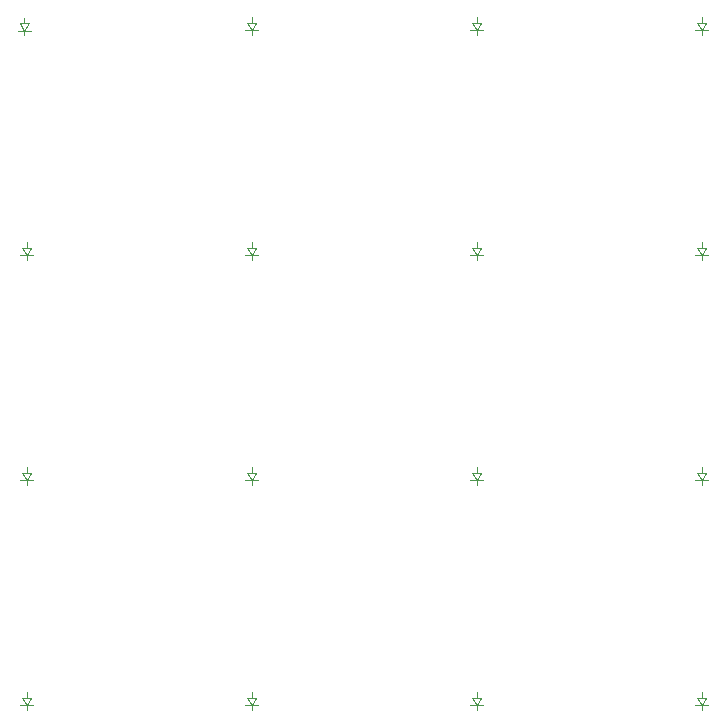
<source format=gbr>
%TF.GenerationSoftware,KiCad,Pcbnew,8.0.5*%
%TF.CreationDate,2024-10-27T13:39:58+01:00*%
%TF.ProjectId,V4.0HackPad,56342e30-4861-4636-9b50-61642e6b6963,3*%
%TF.SameCoordinates,Original*%
%TF.FileFunction,Legend,Bot*%
%TF.FilePolarity,Positive*%
%FSLAX46Y46*%
G04 Gerber Fmt 4.6, Leading zero omitted, Abs format (unit mm)*
G04 Created by KiCad (PCBNEW 8.0.5) date 2024-10-27 13:39:58*
%MOMM*%
%LPD*%
G01*
G04 APERTURE LIST*
%ADD10C,0.100000*%
G04 APERTURE END LIST*
D10*
%TO.C,D16*%
X173281250Y-136081250D02*
X174381250Y-136081250D01*
X173431250Y-135481250D02*
X174231250Y-135481250D01*
X173831250Y-134981250D02*
X173831250Y-135481250D01*
X173831250Y-136081250D02*
X173431250Y-135481250D01*
X173831250Y-136081250D02*
X173831250Y-136481250D01*
X174231250Y-135481250D02*
X173831250Y-136081250D01*
%TO.C,D7*%
X135181250Y-117031250D02*
X136281250Y-117031250D01*
X135331250Y-116431250D02*
X136131250Y-116431250D01*
X135731250Y-115931250D02*
X135731250Y-116431250D01*
X135731250Y-117031250D02*
X135331250Y-116431250D01*
X135731250Y-117031250D02*
X135731250Y-117431250D01*
X136131250Y-116431250D02*
X135731250Y-117031250D01*
%TO.C,D5*%
X135181250Y-78931250D02*
X136281250Y-78931250D01*
X135331250Y-78331250D02*
X136131250Y-78331250D01*
X135731250Y-77831250D02*
X135731250Y-78331250D01*
X135731250Y-78931250D02*
X135331250Y-78331250D01*
X135731250Y-78931250D02*
X135731250Y-79331250D01*
X136131250Y-78331250D02*
X135731250Y-78931250D01*
%TO.C,D12*%
X154231250Y-136081250D02*
X155331250Y-136081250D01*
X154381250Y-135481250D02*
X155181250Y-135481250D01*
X154781250Y-134981250D02*
X154781250Y-135481250D01*
X154781250Y-136081250D02*
X154381250Y-135481250D01*
X154781250Y-136081250D02*
X154781250Y-136481250D01*
X155181250Y-135481250D02*
X154781250Y-136081250D01*
%TO.C,D1*%
X115950000Y-78950000D02*
X117050000Y-78950000D01*
X116100000Y-78350000D02*
X116900000Y-78350000D01*
X116500000Y-77850000D02*
X116500000Y-78350000D01*
X116500000Y-78950000D02*
X116100000Y-78350000D01*
X116500000Y-78950000D02*
X116500000Y-79350000D01*
X116900000Y-78350000D02*
X116500000Y-78950000D01*
%TO.C,D10*%
X154231250Y-97981250D02*
X155331250Y-97981250D01*
X154381250Y-97381250D02*
X155181250Y-97381250D01*
X154781250Y-96881250D02*
X154781250Y-97381250D01*
X154781250Y-97981250D02*
X154381250Y-97381250D01*
X154781250Y-97981250D02*
X154781250Y-98381250D01*
X155181250Y-97381250D02*
X154781250Y-97981250D01*
%TO.C,D14*%
X173281250Y-97981250D02*
X174381250Y-97981250D01*
X173431250Y-97381250D02*
X174231250Y-97381250D01*
X173831250Y-96881250D02*
X173831250Y-97381250D01*
X173831250Y-97981250D02*
X173431250Y-97381250D01*
X173831250Y-97981250D02*
X173831250Y-98381250D01*
X174231250Y-97381250D02*
X173831250Y-97981250D01*
%TO.C,D13*%
X173281250Y-78931250D02*
X174381250Y-78931250D01*
X173431250Y-78331250D02*
X174231250Y-78331250D01*
X173831250Y-77831250D02*
X173831250Y-78331250D01*
X173831250Y-78931250D02*
X173431250Y-78331250D01*
X173831250Y-78931250D02*
X173831250Y-79331250D01*
X174231250Y-78331250D02*
X173831250Y-78931250D01*
%TO.C,D6*%
X135181250Y-97981250D02*
X136281250Y-97981250D01*
X135331250Y-97381250D02*
X136131250Y-97381250D01*
X135731250Y-96881250D02*
X135731250Y-97381250D01*
X135731250Y-97981250D02*
X135331250Y-97381250D01*
X135731250Y-97981250D02*
X135731250Y-98381250D01*
X136131250Y-97381250D02*
X135731250Y-97981250D01*
%TO.C,D11*%
X154231250Y-117031250D02*
X155331250Y-117031250D01*
X154381250Y-116431250D02*
X155181250Y-116431250D01*
X154781250Y-115931250D02*
X154781250Y-116431250D01*
X154781250Y-117031250D02*
X154381250Y-116431250D01*
X154781250Y-117031250D02*
X154781250Y-117431250D01*
X155181250Y-116431250D02*
X154781250Y-117031250D01*
%TO.C,D2*%
X116131250Y-97981250D02*
X117231250Y-97981250D01*
X116281250Y-97381250D02*
X117081250Y-97381250D01*
X116681250Y-96881250D02*
X116681250Y-97381250D01*
X116681250Y-97981250D02*
X116281250Y-97381250D01*
X116681250Y-97981250D02*
X116681250Y-98381250D01*
X117081250Y-97381250D02*
X116681250Y-97981250D01*
%TO.C,D4*%
X116131250Y-136081250D02*
X117231250Y-136081250D01*
X116281250Y-135481250D02*
X117081250Y-135481250D01*
X116681250Y-134981250D02*
X116681250Y-135481250D01*
X116681250Y-136081250D02*
X116281250Y-135481250D01*
X116681250Y-136081250D02*
X116681250Y-136481250D01*
X117081250Y-135481250D02*
X116681250Y-136081250D01*
%TO.C,D15*%
X173281250Y-117031250D02*
X174381250Y-117031250D01*
X173431250Y-116431250D02*
X174231250Y-116431250D01*
X173831250Y-115931250D02*
X173831250Y-116431250D01*
X173831250Y-117031250D02*
X173431250Y-116431250D01*
X173831250Y-117031250D02*
X173831250Y-117431250D01*
X174231250Y-116431250D02*
X173831250Y-117031250D01*
%TO.C,D8*%
X135181250Y-136081250D02*
X136281250Y-136081250D01*
X135331250Y-135481250D02*
X136131250Y-135481250D01*
X135731250Y-134981250D02*
X135731250Y-135481250D01*
X135731250Y-136081250D02*
X135331250Y-135481250D01*
X135731250Y-136081250D02*
X135731250Y-136481250D01*
X136131250Y-135481250D02*
X135731250Y-136081250D01*
%TO.C,D3*%
X116131250Y-117031250D02*
X117231250Y-117031250D01*
X116281250Y-116431250D02*
X117081250Y-116431250D01*
X116681250Y-115931250D02*
X116681250Y-116431250D01*
X116681250Y-117031250D02*
X116281250Y-116431250D01*
X116681250Y-117031250D02*
X116681250Y-117431250D01*
X117081250Y-116431250D02*
X116681250Y-117031250D01*
%TO.C,D9*%
X154231250Y-78931250D02*
X155331250Y-78931250D01*
X154381250Y-78331250D02*
X155181250Y-78331250D01*
X154781250Y-77831250D02*
X154781250Y-78331250D01*
X154781250Y-78931250D02*
X154381250Y-78331250D01*
X154781250Y-78931250D02*
X154781250Y-79331250D01*
X155181250Y-78331250D02*
X154781250Y-78931250D01*
%TD*%
M02*

</source>
